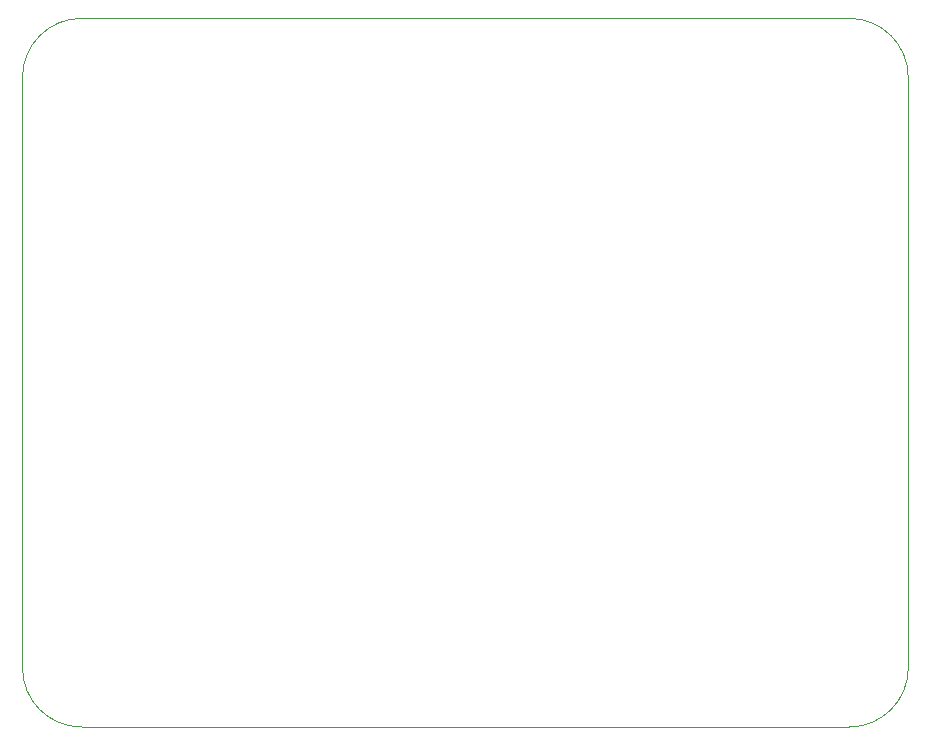
<source format=gbr>
G04 #@! TF.GenerationSoftware,KiCad,Pcbnew,(5.1.5)-2*
G04 #@! TF.CreationDate,2019-12-21T23:21:24+01:00*
G04 #@! TF.ProjectId,garden-water-system,67617264-656e-42d7-9761-7465722d7379,rev?*
G04 #@! TF.SameCoordinates,Original*
G04 #@! TF.FileFunction,Profile,NP*
%FSLAX46Y46*%
G04 Gerber Fmt 4.6, Leading zero omitted, Abs format (unit mm)*
G04 Created by KiCad (PCBNEW (5.1.5)-2) date 2019-12-21 23:21:24*
%MOMM*%
%LPD*%
G04 APERTURE LIST*
%ADD10C,0.050000*%
G04 APERTURE END LIST*
D10*
X115000000Y-29000000D02*
G75*
G02X120000000Y-24000000I5000000J0D01*
G01*
X120000000Y-84000000D02*
G75*
G02X115000000Y-79000000I0J5000000D01*
G01*
X190000000Y-79000000D02*
G75*
G02X185000000Y-84000000I-5000000J0D01*
G01*
X185000000Y-24000000D02*
G75*
G02X190000000Y-29000000I0J-5000000D01*
G01*
X115000000Y-79000000D02*
X115000000Y-29000000D01*
X185000000Y-84000000D02*
X120000000Y-84000000D01*
X190000000Y-29000000D02*
X190000000Y-79000000D01*
X120000000Y-24000000D02*
X185000000Y-24000000D01*
M02*

</source>
